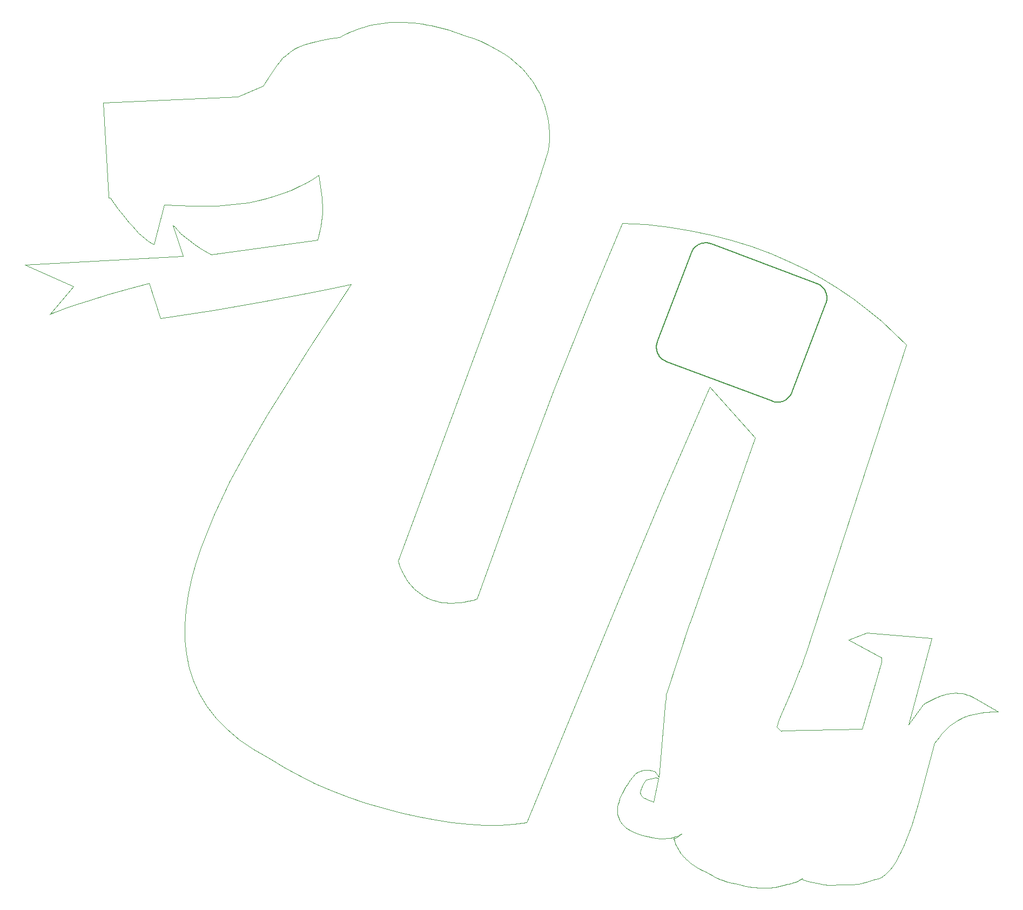
<source format=gbr>
%TF.GenerationSoftware,KiCad,Pcbnew,7.0.9*%
%TF.CreationDate,2024-01-29T17:42:56-06:00*%
%TF.ProjectId,quetzalblinkamini,71756574-7a61-46c6-926c-696e6b616d69,rev?*%
%TF.SameCoordinates,Original*%
%TF.FileFunction,Profile,NP*%
%FSLAX46Y46*%
G04 Gerber Fmt 4.6, Leading zero omitted, Abs format (unit mm)*
G04 Created by KiCad (PCBNEW 7.0.9) date 2024-01-29 17:42:56*
%MOMM*%
%LPD*%
G01*
G04 APERTURE LIST*
%TA.AperFunction,Profile*%
%ADD10C,0.100000*%
%TD*%
%TA.AperFunction,Profile*%
%ADD11C,0.209375*%
%TD*%
G04 APERTURE END LIST*
D10*
X176520405Y-130704439D02*
X176517716Y-130835605D01*
X151961556Y-30556971D02*
X151186355Y-30004785D01*
X152681859Y-31128273D02*
X151961556Y-30556971D01*
D11*
X175189558Y-76808090D02*
X175150128Y-76700555D01*
D10*
X178353884Y-152649973D02*
X178290239Y-152689923D01*
D11*
X175045047Y-76253670D02*
X175032372Y-76138729D01*
D10*
X210291130Y-125240013D02*
X207264702Y-135786415D01*
X97939034Y-53611046D02*
X100133737Y-53755775D01*
X126728679Y-146409754D02*
X129434641Y-147338249D01*
X97914333Y-53639743D02*
X97915215Y-53634908D01*
D11*
X175032372Y-76138729D02*
X175025309Y-76022887D01*
D10*
X154769051Y-54878823D02*
X156529564Y-49842385D01*
D11*
X175150128Y-76700555D02*
X175115875Y-76591152D01*
D10*
X97934568Y-53609741D02*
X97936732Y-53610205D01*
X122420416Y-51320028D02*
X122560079Y-52500284D01*
X173653684Y-142197325D02*
X173481272Y-142191645D01*
X169438265Y-146284510D02*
X169260599Y-146728414D01*
X123987407Y-27571297D02*
X122710859Y-27796696D01*
D11*
X193298022Y-84447882D02*
X193181694Y-84407486D01*
D10*
X122091072Y-48987191D02*
X122420416Y-51320028D01*
X147502272Y-28027761D02*
X146426854Y-27601575D01*
D11*
X200434425Y-66088141D02*
X200541053Y-66144467D01*
X175115875Y-76591152D02*
X175086886Y-76480075D01*
X180858146Y-60512724D02*
X180932973Y-60422120D01*
D10*
X208273539Y-159677653D02*
X208535151Y-159589730D01*
X140510397Y-115740999D02*
X140056450Y-115609738D01*
X180302310Y-119046762D02*
X180300045Y-119049517D01*
X202863879Y-160226396D02*
X203064735Y-160199524D01*
X205115007Y-160165298D02*
X205537663Y-160142656D01*
X178894180Y-152227958D02*
X178799703Y-152295113D01*
X218193573Y-131164715D02*
X217858481Y-131337609D01*
X172880646Y-146443393D02*
X172792904Y-146371191D01*
X141726278Y-26031213D02*
X141034544Y-25849422D01*
X80602428Y-70498814D02*
X81076005Y-70310614D01*
D11*
X200742611Y-66271227D02*
X200837366Y-66341274D01*
D10*
X150354541Y-29473743D02*
X149464400Y-28965873D01*
X218836597Y-130863671D02*
X218519524Y-131006880D01*
X102213718Y-53831526D02*
X104183983Y-53840689D01*
D11*
X195219749Y-84243605D02*
X195118433Y-84298242D01*
D10*
X193950798Y-160484527D02*
X194282801Y-160411765D01*
X221469396Y-134901002D02*
X221727372Y-134721872D01*
X99526082Y-57142546D02*
X99250862Y-56815758D01*
D11*
X201627265Y-67453148D02*
X201661517Y-67562551D01*
D10*
X177848146Y-153331282D02*
X177982790Y-153684361D01*
D11*
X201596077Y-69066796D02*
X196273491Y-83014283D01*
D10*
X194704506Y-136039559D02*
X194687189Y-136047953D01*
X225976797Y-133221346D02*
X226453538Y-133161077D01*
D11*
X175028368Y-75789272D02*
X175038664Y-75671886D01*
D10*
X104183983Y-53840689D02*
X106049538Y-53785652D01*
X184068398Y-158867516D02*
X184326005Y-159024007D01*
D11*
X181011791Y-60335706D02*
X181094406Y-60253568D01*
D10*
X158941332Y-82714416D02*
X153159104Y-98017180D01*
D11*
X175181298Y-75086899D02*
X180503884Y-61139427D01*
D10*
X113376444Y-68809381D02*
X120551275Y-67460847D01*
X97919571Y-53620815D02*
X97920591Y-53618767D01*
X101258079Y-117164037D02*
X101091657Y-119505958D01*
X178130840Y-154020571D02*
X178291363Y-154340454D01*
X203244255Y-160160591D02*
X203739003Y-160176817D01*
X141477825Y-115931176D02*
X140984053Y-115848466D01*
X196525857Y-159829740D02*
X196668753Y-159790753D01*
X134488860Y-25008654D02*
X134488862Y-25008654D01*
X213273574Y-155160208D02*
X213875294Y-153843213D01*
X178457230Y-152574492D02*
X178408511Y-152611905D01*
D11*
X194690739Y-84467014D02*
X194579179Y-84496326D01*
D10*
X134488854Y-25008647D02*
X134488854Y-25008648D01*
X97924240Y-53613602D02*
X97925666Y-53612283D01*
X151186355Y-30004785D02*
X150354541Y-29473743D01*
X210940006Y-158499892D02*
X211297984Y-158159605D01*
X174951210Y-143367440D02*
X175278893Y-143461266D01*
X180143670Y-156574066D02*
X180377695Y-156760471D01*
X217159826Y-131730302D02*
X216795738Y-131950966D01*
X183791590Y-158701086D02*
X184068398Y-158867516D01*
X122610522Y-55616731D02*
X122541254Y-56284084D01*
X197087560Y-159638630D02*
X197229845Y-159569742D01*
X125937494Y-27078644D02*
X125421471Y-27358773D01*
X156977252Y-36795585D02*
X156673832Y-36143500D01*
X196378326Y-159866098D02*
X196525857Y-159829740D01*
X173199795Y-152505129D02*
X173771380Y-152638894D01*
X115457773Y-31837820D02*
X114968609Y-32528546D01*
X178123446Y-152780368D02*
X178014077Y-152833316D01*
D11*
X195414293Y-84120012D02*
X195318434Y-84184166D01*
D10*
X192931805Y-160638715D02*
X193278130Y-160598586D01*
X180297883Y-119052291D02*
X180295802Y-119055079D01*
X97917800Y-53625260D02*
X97918642Y-53622987D01*
X219718068Y-136544804D02*
X220116041Y-136103659D01*
X169015942Y-149422229D02*
X169123705Y-149747986D01*
X134488854Y-25008650D02*
X134488855Y-25008650D01*
X224097209Y-130538256D02*
X223717804Y-130405044D01*
X176552483Y-130295180D02*
X176542006Y-130366673D01*
X97915215Y-53634908D02*
X97916359Y-53630019D01*
X89423035Y-52550057D02*
X90625669Y-54191164D01*
X178290239Y-152689923D02*
X178214463Y-152732979D01*
X222574335Y-134228065D02*
X222883910Y-134079165D01*
X180300045Y-119049517D02*
X180297883Y-119052291D01*
X168941674Y-147971516D02*
X168906723Y-148356346D01*
X180281417Y-119074634D02*
X180279096Y-119077379D01*
D11*
X195989872Y-83546277D02*
X195919231Y-83640983D01*
D10*
X196947812Y-159697136D02*
X197087560Y-159638630D01*
X194687189Y-136047953D02*
X194670218Y-136055893D01*
X221727372Y-134721872D02*
X221996939Y-134549771D01*
X140984053Y-115848466D02*
X140510397Y-115740999D01*
X210286282Y-71880002D02*
X208162022Y-70110044D01*
X201539551Y-160179887D02*
X201847089Y-160213300D01*
X188412636Y-160223825D02*
X188715009Y-160303066D01*
X176508791Y-131035165D02*
X176502708Y-131103560D01*
X101117595Y-121791486D02*
X101347483Y-124015707D01*
X89174820Y-52512200D02*
X89423035Y-52550057D01*
X137085595Y-113818695D02*
X136511500Y-113200446D01*
X109486541Y-53492534D02*
X111068003Y-53259230D01*
D11*
X196273491Y-83014283D02*
X196226692Y-83128185D01*
D10*
X180295802Y-119055079D02*
X180291781Y-119060683D01*
X223208567Y-133938703D02*
X223549179Y-133807032D01*
X180291781Y-119060683D02*
X180287786Y-119066291D01*
X172884657Y-144507457D02*
X173023804Y-144264940D01*
X184887143Y-159293401D02*
X185186745Y-159409228D01*
X182686744Y-158143597D02*
X183464077Y-158527845D01*
X225522121Y-133292873D02*
X225976797Y-133221346D01*
X100124559Y-57777451D02*
X99817544Y-57463021D01*
X172465170Y-142389141D02*
X172345191Y-142435831D01*
X190535727Y-160606090D02*
X190987093Y-160646994D01*
X118189560Y-29288478D02*
X117865393Y-29485707D01*
D11*
X182086656Y-59686693D02*
X182198216Y-59657382D01*
D10*
X190987093Y-160646994D02*
X191413879Y-160672933D01*
X115946904Y-31213920D02*
X115457773Y-31837820D01*
X178646102Y-154933407D02*
X178838455Y-155207560D01*
X186466223Y-159780823D02*
X187781152Y-160075823D01*
X176718880Y-152907923D02*
X176924619Y-152890081D01*
X183416619Y-82209450D02*
X190537422Y-90148918D01*
D11*
X181868709Y-59760950D02*
X181976755Y-59721245D01*
D10*
X138429619Y-114866024D02*
X138068117Y-114630247D01*
X176524692Y-130572147D02*
X176520405Y-130704439D01*
X127526120Y-26344853D02*
X126989819Y-26571684D01*
X143083905Y-116021123D02*
X142527345Y-116018468D01*
X128069180Y-26135788D02*
X127526120Y-26344853D01*
X187781152Y-160075823D02*
X188412636Y-160223825D01*
X178408511Y-152611905D02*
X178353884Y-152649973D01*
X191413879Y-160672933D02*
X191818913Y-160684491D01*
X80248755Y-70651986D02*
X80602428Y-70498814D01*
X171680931Y-142763680D02*
X171253514Y-143310960D01*
X135113005Y-25012778D02*
X134488854Y-25008644D01*
X97920591Y-53618767D02*
X97921706Y-53616868D01*
X171960221Y-142612614D02*
X171822959Y-142684652D01*
X193278130Y-160598586D02*
X193616851Y-160546996D01*
X180377695Y-156760471D02*
X180851494Y-157102715D01*
X122560079Y-52500284D02*
X122611344Y-53100715D01*
D11*
X175940037Y-77812427D02*
X175849413Y-77738194D01*
X180787505Y-60607430D02*
X180858146Y-60512724D01*
D10*
X223324930Y-130294013D02*
X222916490Y-130208622D01*
X92060583Y-66845557D02*
X95539093Y-65888344D01*
X153501967Y-58331275D02*
X153554195Y-58177769D01*
X146426854Y-27601575D02*
X145286248Y-27206673D01*
X208535151Y-159589730D02*
X208778969Y-159496448D01*
D11*
X201738718Y-68481812D02*
X201722459Y-68599326D01*
D10*
X180283623Y-119071868D02*
X180281417Y-119074634D01*
X173352472Y-56713254D02*
X169634316Y-56477707D01*
X122611344Y-53100715D02*
X122645539Y-53710619D01*
X130885855Y-25356959D02*
X130309004Y-25477192D01*
X197383522Y-126790276D02*
X197740824Y-125883231D01*
X93846326Y-58014807D02*
X94344124Y-58491450D01*
X211297984Y-158159605D02*
X211647146Y-157770407D01*
X158140432Y-41214016D02*
X157962505Y-39997988D01*
X136511500Y-113200446D02*
X135998344Y-112529420D01*
X132656955Y-25102858D02*
X132059831Y-25169792D01*
X80016561Y-70768569D02*
X80248755Y-70651986D01*
X102121650Y-112330665D02*
X101605272Y-114770635D01*
X97936732Y-53610205D02*
X97939034Y-53611046D01*
X111919357Y-139012914D02*
X114506264Y-140464302D01*
D11*
X183127150Y-59622032D02*
X183244909Y-59643819D01*
D10*
X198506202Y-63835869D02*
X195795822Y-62506206D01*
X223717804Y-130405044D02*
X223324930Y-130294013D01*
X185814197Y-159610445D02*
X186138121Y-159698758D01*
D11*
X175397303Y-77215688D02*
X175338037Y-77117556D01*
D10*
X221222136Y-135086809D02*
X221469396Y-134901002D01*
D11*
X176453391Y-78116921D02*
X176342980Y-78065556D01*
D10*
X176513019Y-130967895D02*
X176508791Y-131035165D01*
X178291363Y-154340454D02*
X178463427Y-154644552D01*
D11*
X201714142Y-67786186D02*
X201732341Y-67900031D01*
D10*
X194670218Y-136055893D02*
X194636895Y-136070963D01*
X102795622Y-109849040D02*
X102121650Y-112330665D01*
X192205026Y-160682251D02*
X192575047Y-160666798D01*
X134488857Y-25008652D02*
X134488857Y-25008653D01*
X99817544Y-57463021D02*
X99526082Y-57142546D01*
X95786478Y-59585343D02*
X96013008Y-59704834D01*
X174134979Y-142267057D02*
X173979112Y-142237123D01*
X223549179Y-133807032D02*
X223906619Y-133684505D01*
X182251827Y-157923925D02*
X182686744Y-158143597D01*
X180279096Y-119077379D02*
X180276635Y-119080098D01*
X127136025Y-66048661D02*
X120625689Y-76032610D01*
D11*
X193768100Y-84547437D02*
X193650254Y-84531678D01*
D10*
X76000000Y-63000000D02*
X83612473Y-66400894D01*
X197383110Y-126791176D02*
X197410790Y-126789833D01*
X201210676Y-160134421D02*
X201539551Y-160179887D01*
X196945643Y-127874710D02*
X197383110Y-126791176D01*
X116701607Y-141810842D02*
X119043967Y-143083541D01*
D11*
X196056132Y-83447557D02*
X195989872Y-83546277D01*
D10*
X139671343Y-25539139D02*
X138999877Y-25410647D01*
X176939946Y-57111792D02*
X173352472Y-56713254D01*
X214551918Y-135048363D02*
X218200829Y-121583000D01*
X153159104Y-98017180D02*
X146894112Y-115402474D01*
X196062191Y-159938676D02*
X196378326Y-159866098D01*
X89156655Y-52195809D02*
X89174820Y-52512200D01*
D11*
X175054921Y-75554372D02*
X175077226Y-75436923D01*
D10*
X158215414Y-42368604D02*
X158140432Y-41214016D01*
X215551181Y-149162932D02*
X216076518Y-147412666D01*
D11*
X201753439Y-68247363D02*
X201749015Y-68364427D01*
D10*
X226953219Y-133112417D02*
X227476712Y-133075720D01*
X135998344Y-112529420D02*
X135542873Y-111813326D01*
X172802574Y-142282122D02*
X172693684Y-142312548D01*
D11*
X196226692Y-83128185D02*
X196174737Y-83238423D01*
D10*
X185186745Y-159409228D02*
X185496418Y-159514422D01*
X149464400Y-28965873D02*
X148514215Y-28483203D01*
X200488919Y-160007336D02*
X201210676Y-160134421D01*
X176566063Y-130221718D02*
X176552483Y-130295180D01*
X102254624Y-59552114D02*
X101868780Y-59268320D01*
D11*
X200209908Y-65990563D02*
X200324015Y-66036775D01*
D10*
X124079949Y-145387882D02*
X126728679Y-146409754D01*
X217513986Y-131525994D02*
X217159826Y-131730302D01*
X135743918Y-25034676D02*
X135113005Y-25012778D01*
X169446268Y-150355196D02*
X169661067Y-150636648D01*
D11*
X183479383Y-59705828D02*
X183595711Y-59746224D01*
D10*
X219335027Y-137001379D02*
X219718068Y-136544804D01*
X173023804Y-144264940D02*
X173187149Y-144004260D01*
X173392017Y-142193276D02*
X173300492Y-142198235D01*
D11*
X175849413Y-77738194D02*
X175763006Y-77659967D01*
D10*
X212645409Y-156329190D02*
X212962981Y-155764193D01*
X97912659Y-53657296D02*
X97912755Y-53654854D01*
X184326005Y-159024007D02*
X184599575Y-159165481D01*
X197811577Y-159336953D02*
X198789369Y-159608591D01*
X197911774Y-125434544D02*
X198071633Y-124992882D01*
X97927205Y-53611203D02*
X97928861Y-53610386D01*
X97921706Y-53616868D02*
X97922921Y-53615138D01*
X210572845Y-158789282D02*
X210940006Y-158499892D01*
X209412584Y-159332228D02*
X209809501Y-159207435D01*
X140349566Y-25685397D02*
X139671343Y-25539139D01*
X183728229Y-58367867D02*
X180398083Y-57665828D01*
X170185335Y-144864191D02*
X169900633Y-145352399D01*
X170197702Y-151155246D02*
X170519537Y-151392393D01*
X135542873Y-111813326D02*
X135141833Y-111059871D01*
X205130379Y-121785454D02*
X210278084Y-124584923D01*
X174378642Y-152757890D02*
X175021584Y-152862118D01*
X172092894Y-142547306D02*
X171960221Y-142612614D01*
X173421280Y-146727885D02*
X173188903Y-146626193D01*
D11*
X175086886Y-76480075D02*
X175063248Y-76367516D01*
D10*
X137026024Y-25131768D02*
X136381591Y-25074339D01*
X117805158Y-51320832D02*
X118953602Y-50795499D01*
X178721097Y-152354342D02*
X178655250Y-152406869D01*
X154530541Y-32936593D02*
X153964636Y-32320112D01*
D11*
X175023945Y-75906337D02*
X175028368Y-75789272D01*
D10*
X207264702Y-135786415D02*
X194704506Y-136039559D01*
D11*
X176236352Y-78009231D02*
X176133594Y-77948139D01*
D10*
X208162022Y-70110044D02*
X205923230Y-68413159D01*
X84137916Y-69238756D02*
X86347413Y-68533254D01*
D11*
X182891562Y-59596453D02*
X183009303Y-59606272D01*
X182425541Y-59614828D02*
X182540916Y-59601762D01*
X194003281Y-84561223D02*
X193885841Y-84557256D01*
D10*
X219145054Y-130734655D02*
X218836597Y-130863671D01*
X137677217Y-25206962D02*
X137026024Y-25131768D01*
X188715009Y-160303066D02*
X189005852Y-160387749D01*
X123918118Y-66764032D02*
X127136025Y-66048661D01*
D11*
X195765589Y-83818001D02*
X195682975Y-83900138D01*
D10*
X194569741Y-136101784D02*
X193850380Y-135389397D01*
D11*
X181180624Y-60175796D02*
X181270251Y-60102475D01*
D10*
X177883244Y-152893049D02*
X177727837Y-152960793D01*
X129738911Y-25615192D02*
X129175576Y-25770958D01*
D11*
X195118433Y-84298242D02*
X195014679Y-84347988D01*
D10*
X122659146Y-54331954D02*
X122648646Y-54966673D01*
D11*
X175025309Y-76022887D02*
X175023945Y-75906337D01*
D10*
X134488858Y-25008653D02*
X134488859Y-25008653D01*
X172498247Y-145625914D02*
X172514586Y-145475582D01*
D11*
X181762711Y-59805719D02*
X181868709Y-59760950D01*
D10*
X175384011Y-143305855D02*
X174746086Y-142404869D01*
X210278084Y-124584923D02*
X210291130Y-125240013D01*
X179464274Y-155947222D02*
X179686029Y-156167983D01*
D11*
X182540916Y-59601762D02*
X182657174Y-59594285D01*
D10*
X195508415Y-160076272D02*
X195706007Y-160023992D01*
X194282801Y-160411765D02*
X194615688Y-160329292D01*
D11*
X175461309Y-77310985D02*
X175397303Y-77215688D01*
D10*
X126989819Y-26571684D02*
X126460277Y-26816281D01*
D11*
X201247430Y-66750448D02*
X201316090Y-66842719D01*
D10*
X101605272Y-114770635D02*
X101258079Y-117164037D01*
X177646593Y-152760378D02*
X177817633Y-152708266D01*
X228024890Y-133051336D02*
X228598625Y-133039620D01*
D11*
X183362385Y-59671722D02*
X183479383Y-59705828D01*
D10*
X220021357Y-130428447D02*
X219737172Y-130517476D01*
X172976603Y-146509427D02*
X172880646Y-146443393D01*
X132059831Y-25169792D02*
X131469464Y-25254492D01*
X176534182Y-130436478D02*
X176528561Y-130504875D01*
D11*
X196174737Y-83238423D02*
X196117819Y-83344910D01*
D10*
X154758370Y-55005234D02*
X153685391Y-57849672D01*
X117865393Y-29485707D02*
X117557331Y-29694124D01*
X172514721Y-145889680D02*
X172498647Y-145763680D01*
D11*
X194579179Y-84496326D02*
X194466154Y-84520311D01*
D10*
X178014077Y-152833316D02*
X177883244Y-152893049D01*
X176483177Y-131244850D02*
X175384011Y-143305855D01*
D11*
X175077226Y-75436923D02*
X175105665Y-75319732D01*
D10*
X107658688Y-135798485D02*
X109640694Y-137456004D01*
X211987859Y-157334282D02*
X212320491Y-156853214D01*
X97916359Y-53630019D02*
X97917800Y-53625260D01*
X212320491Y-156853214D02*
X212645409Y-156329190D01*
D11*
X195507133Y-84051232D02*
X195414293Y-84120012D01*
D10*
X219445158Y-130619401D02*
X219145054Y-130734655D01*
X211647146Y-157770407D02*
X211987859Y-157334282D01*
X198071633Y-124992882D02*
X198456215Y-123950005D01*
D11*
X194351858Y-84538880D02*
X194236484Y-84551947D01*
D10*
X228598625Y-133039620D02*
X224824013Y-130857384D01*
X224281761Y-133571473D02*
X224675476Y-133468288D01*
X206697869Y-160023629D02*
X207048750Y-159968182D01*
X97912755Y-53654854D02*
X97913222Y-53648512D01*
X214453509Y-152394083D02*
X215011158Y-150828697D01*
D11*
X193885841Y-84557256D02*
X193768100Y-84547437D01*
D10*
X170519537Y-151392393D02*
X170877050Y-151614770D01*
X175021584Y-152862118D02*
X175700203Y-152951577D01*
X97922921Y-53615138D02*
X97924240Y-53613602D01*
D11*
X181557638Y-59910102D02*
X181658956Y-59855465D01*
D10*
X100815254Y-61672356D02*
X76000000Y-63000000D01*
X164385001Y-69024489D02*
X158941332Y-82714416D01*
X133260836Y-25053691D02*
X132656955Y-25102858D01*
X125421471Y-27358773D02*
X123987407Y-27571297D01*
X140381875Y-150020766D02*
X143037299Y-150409107D01*
D11*
X201543318Y-67240139D02*
X201587836Y-67345613D01*
D10*
X103615602Y-107330673D02*
X102795622Y-109849040D01*
X107815388Y-53668804D02*
X109486541Y-53492534D01*
D11*
X194236484Y-84551947D02*
X194120227Y-84559424D01*
D10*
X215011158Y-150828697D02*
X215551181Y-149162932D01*
X190009932Y-60185987D02*
X186931730Y-59210418D01*
X95554968Y-59445709D02*
X95786478Y-59585343D01*
D11*
X195844406Y-83731587D02*
X195765589Y-83818001D01*
D10*
X134488854Y-25008648D02*
X134488854Y-25008649D01*
X109640694Y-137456004D02*
X111919357Y-139012914D01*
X220535931Y-135680765D02*
X220984721Y-135278940D01*
X218200829Y-121583000D02*
X208048104Y-120723137D01*
X134488855Y-25008651D02*
X134488856Y-25008652D01*
D11*
X201174203Y-66661399D02*
X201247430Y-66750448D01*
X183244909Y-59643819D02*
X183362385Y-59671722D01*
D10*
X114041067Y-86450540D02*
X110952667Y-91723993D01*
X176583199Y-130146004D02*
X176566063Y-130221718D01*
X169900633Y-145352399D02*
X169651610Y-145825839D01*
X195556441Y-131160902D02*
X196489564Y-128968392D01*
X178655250Y-152406869D02*
X178457230Y-152574492D01*
X180287786Y-119066291D02*
X180285738Y-119069086D01*
X157962505Y-39997988D02*
X157667912Y-38736743D01*
X193616851Y-160546996D02*
X193950798Y-160484527D01*
X169651610Y-145825839D02*
X169438265Y-146284510D01*
X158201174Y-43445527D02*
X158215414Y-42368604D01*
X82376586Y-69835373D02*
X84137916Y-69238756D01*
X195295433Y-160137551D02*
X195508415Y-160076272D01*
X134488859Y-25008653D02*
X134488860Y-25008654D01*
X169260599Y-146728414D02*
X169118612Y-147157549D01*
X197529191Y-159393066D02*
X197689838Y-159281403D01*
D11*
X175038664Y-75671886D02*
X175054921Y-75554372D01*
D10*
X172345191Y-142435831D02*
X172221158Y-142488465D01*
D11*
X175763006Y-77659967D02*
X175680906Y-77577939D01*
D10*
X207048750Y-159968182D02*
X207381738Y-159905483D01*
X136381591Y-25074339D02*
X135743918Y-25034676D01*
X168663662Y-116598118D02*
X175887565Y-99475493D01*
X169012304Y-147571917D02*
X168941674Y-147971516D01*
X176255003Y-152933252D02*
X176718880Y-152907923D01*
X175278893Y-143461266D02*
X175371758Y-143440209D01*
X134488855Y-25008650D02*
X134488855Y-25008651D01*
D11*
X200541053Y-66144467D02*
X200643811Y-66205560D01*
D10*
X135141833Y-111059871D02*
X134791969Y-110276766D01*
X178558721Y-152390458D02*
X178774016Y-152278563D01*
X173819155Y-142213181D02*
X173653684Y-142197325D01*
X201847089Y-160213300D02*
X202133291Y-160234659D01*
X179007637Y-152151650D02*
X178894180Y-152227958D01*
X221813502Y-130130023D02*
X221576767Y-130140885D01*
X121510896Y-144277516D02*
X124079949Y-145387882D01*
D11*
X176034794Y-77882474D02*
X175940037Y-77812427D01*
D10*
X192575047Y-160666798D02*
X192931805Y-160638715D01*
X189547936Y-160477052D02*
X190056951Y-160549637D01*
X109353844Y-36704926D02*
X88320313Y-37674729D01*
D11*
X182657174Y-59594285D02*
X182774121Y-59592486D01*
D10*
X97913222Y-53648512D02*
X97913681Y-53644339D01*
X172601743Y-145134025D02*
X172674691Y-144941200D01*
X173665211Y-146820901D02*
X173421280Y-146727885D01*
X176494321Y-131173361D02*
X176483177Y-131244850D01*
X101132022Y-58687157D02*
X100782488Y-58389251D01*
X172498647Y-145763680D02*
X172498247Y-145625914D01*
X177991207Y-152646239D02*
X178170475Y-152573276D01*
X222044507Y-130128599D02*
X221813502Y-130130023D01*
X153685391Y-57849672D02*
X153501967Y-58331275D01*
X173079711Y-146570094D02*
X172976603Y-146509427D01*
X173010513Y-142235703D02*
X172908124Y-142256594D01*
X179912805Y-156376751D02*
X180143670Y-156574066D01*
X121091553Y-49626289D02*
X122091072Y-48987191D01*
X172908124Y-142256594D02*
X172802574Y-142282122D01*
X100133737Y-53755775D02*
X102213718Y-53831526D01*
X180309975Y-119038658D02*
X180307251Y-119041328D01*
X122710859Y-27796696D02*
X121577504Y-28039875D01*
X122111405Y-58409461D02*
X121882378Y-59165543D01*
X203568560Y-66796839D02*
X201096666Y-65268578D01*
X86347413Y-68533254D02*
X88992496Y-67731357D01*
X134928473Y-148895569D02*
X137671451Y-149514625D01*
X146894112Y-115402474D02*
X146200991Y-115585945D01*
X172646330Y-146205086D02*
X172589627Y-146109584D01*
X176924619Y-152890081D02*
X177117101Y-152867426D01*
X185496418Y-159514422D02*
X185814197Y-159610445D01*
X221996939Y-134549771D02*
X222278969Y-134385051D01*
X173481272Y-142191645D02*
X173392017Y-142193276D01*
X114465092Y-33291002D02*
X113357704Y-35050721D01*
X138335168Y-25299922D02*
X137677217Y-25206962D01*
D11*
X201661517Y-67562551D02*
X201690505Y-67673628D01*
D10*
X141992120Y-115988164D02*
X141477825Y-115931176D01*
X174153641Y-147006500D02*
X173665211Y-146820901D01*
X190056951Y-160549637D02*
X190535727Y-160606090D01*
X175887565Y-99475493D02*
X183416619Y-82209450D01*
X173187149Y-144004260D02*
X173375756Y-143724617D01*
X179248473Y-155713926D02*
X179464274Y-155947222D01*
X144885673Y-115853561D02*
X144262663Y-115939633D01*
X105622872Y-70115401D02*
X113376444Y-68809381D01*
X210196132Y-159025791D02*
X210572845Y-158789282D01*
D11*
X201493797Y-67136920D02*
X201543318Y-67240139D01*
X201637049Y-68950703D02*
X201596077Y-69066796D01*
D10*
X103473734Y-60379562D02*
X102651191Y-59831740D01*
X79907418Y-70847000D02*
X80016561Y-70768569D01*
X205923230Y-68413159D02*
X203568560Y-66796839D01*
D11*
X195014679Y-84347988D02*
X194908683Y-84392758D01*
X175105665Y-75319732D02*
X175140327Y-75202993D01*
D10*
X197229845Y-159569742D02*
X197376457Y-159488534D01*
X219737172Y-130517476D02*
X219445158Y-130619401D01*
X220297976Y-130351883D02*
X220021357Y-130428447D01*
D11*
X176133594Y-77948139D02*
X176034794Y-77882474D01*
D10*
X180307251Y-119041328D02*
X180304704Y-119044031D01*
X150449110Y-150818489D02*
X152660073Y-150686788D01*
D11*
X201316090Y-66842719D02*
X201380096Y-66938016D01*
X201587836Y-67345613D02*
X201627265Y-67453148D01*
D10*
X171253514Y-143310960D02*
X170861776Y-143843471D01*
X176502708Y-131103560D02*
X176494321Y-131173361D01*
X102465459Y-128260579D02*
X103376724Y-130271405D01*
X178774016Y-152278563D02*
X179007637Y-152151650D01*
X175371758Y-143440209D02*
X174586006Y-147234169D01*
X192964181Y-61287081D02*
X190009932Y-60185987D01*
X199681816Y-159832055D02*
X200488919Y-160007336D01*
X206329073Y-160071442D02*
X206697869Y-160023629D01*
X212962981Y-155764193D02*
X213273574Y-155160208D01*
X108123818Y-96988034D02*
X105647227Y-102203361D01*
X198789369Y-159608591D02*
X199681816Y-159832055D01*
X113981877Y-52631081D02*
X115324302Y-52241012D01*
X172792904Y-146371191D02*
X172714444Y-146292022D01*
X121577504Y-28039875D02*
X120573018Y-28305738D01*
X196808807Y-159747197D02*
X196947812Y-159697136D01*
X222270047Y-130136179D02*
X222044507Y-130128599D01*
X223906619Y-133684505D02*
X224281761Y-133571473D01*
X172674691Y-144941200D02*
X172768641Y-144732610D01*
X155519957Y-34200540D02*
X155048409Y-33564079D01*
X141034544Y-25849422D02*
X140349566Y-25685397D01*
X121882378Y-59165543D02*
X105217140Y-61436989D01*
X100782488Y-58389251D02*
X100446437Y-58086105D01*
D11*
X195919231Y-83640983D02*
X195844406Y-83731587D01*
D10*
X173206518Y-142206785D02*
X173109918Y-142219187D01*
X118893369Y-28925135D02*
X118531622Y-29101826D01*
X176517716Y-130835605D02*
X176513019Y-130967895D01*
X139206057Y-115279687D02*
X138808797Y-115082826D01*
X197376457Y-159488534D02*
X197529191Y-159393066D01*
X105217140Y-61436989D02*
X104330891Y-60913930D01*
X120625689Y-76032610D02*
X114041067Y-86450540D01*
X177817633Y-152708266D02*
X177991207Y-152646239D01*
X157472577Y-38094234D02*
X157242929Y-37446505D01*
X170861776Y-143843471D02*
X170505716Y-144361215D01*
X155048409Y-33564079D02*
X154530541Y-32936593D01*
X155946900Y-34843949D02*
X155519957Y-34200540D01*
X103376724Y-130271405D02*
X104538291Y-132201273D01*
X129175576Y-25770958D02*
X128618999Y-25944490D01*
X153964636Y-32320112D02*
X153348981Y-31716662D01*
X97301895Y-71400048D02*
X105622872Y-70115401D01*
X178799703Y-152295113D02*
X178721097Y-152354342D01*
X212297355Y-73715539D02*
X210286282Y-71880002D01*
D11*
X180659557Y-60808798D02*
X180721244Y-60706151D01*
D10*
X129434641Y-147338249D02*
X132175387Y-148168482D01*
X139621805Y-115455646D02*
X139206057Y-115279687D01*
X130309004Y-25477192D02*
X129738911Y-25615192D01*
X221334041Y-130161616D02*
X221085062Y-130192649D01*
X152660073Y-150686788D02*
X154703804Y-150412865D01*
X105647227Y-102203361D02*
X103615602Y-107330673D01*
D11*
X175680906Y-77577939D02*
X175603198Y-77492304D01*
D10*
X224675476Y-133468288D02*
X225088639Y-133375304D01*
X171270242Y-151822379D02*
X171699113Y-152015220D01*
X178358593Y-152488356D02*
X178558721Y-152390458D01*
X220567291Y-130287350D02*
X220297976Y-130351883D01*
X110952667Y-91723993D02*
X108123818Y-96988034D01*
X222883910Y-134079165D02*
X223208567Y-133938703D01*
X202398157Y-160243962D02*
X202641686Y-160241208D01*
X220984721Y-135278940D02*
X221222136Y-135086809D01*
X169661067Y-150636648D02*
X169911545Y-150903331D01*
D11*
X175283600Y-77016784D02*
X175234078Y-76913564D01*
D10*
X172163662Y-152193292D02*
X172663889Y-152356594D01*
X174746086Y-142404869D02*
X174134979Y-142267057D01*
X134488854Y-25008644D02*
X134488854Y-25008646D01*
X180851494Y-157102715D02*
X181326750Y-157407817D01*
X196489564Y-128968392D02*
X196945643Y-127874710D01*
X158111436Y-44428562D02*
X158201174Y-43445527D01*
X209005013Y-159398186D02*
X209412584Y-159332228D01*
X154703804Y-150412865D02*
X168663662Y-116598118D01*
X101868780Y-59268320D02*
X101494350Y-58980091D01*
X227476712Y-133075720D02*
X228024890Y-133051336D01*
D11*
X193532496Y-84509891D02*
X193415020Y-84481988D01*
D10*
X112564780Y-52971283D02*
X113981877Y-52631081D01*
X172693684Y-142312548D02*
X172581275Y-142348134D01*
X143662209Y-115995166D02*
X143083905Y-116021123D01*
X101494350Y-58980091D02*
X101132022Y-58687157D01*
X106049538Y-53785652D02*
X107815388Y-53668804D01*
X174486900Y-147170509D02*
X174381094Y-147111877D01*
D11*
X201745015Y-68014972D02*
X201752077Y-68130813D01*
D10*
X197410790Y-126789833D02*
X197383522Y-126790276D01*
X177982790Y-153684361D02*
X178130840Y-154020571D01*
X208778969Y-159496448D02*
X209005013Y-159398186D01*
D11*
X181094406Y-60253568D02*
X181180624Y-60175796D01*
D10*
X142424766Y-26230770D02*
X141726278Y-26031213D01*
X201096666Y-65268578D02*
X198506202Y-63835869D01*
X218519524Y-131006880D02*
X218193573Y-131164715D01*
D11*
X175140327Y-75202993D02*
X175181298Y-75086899D01*
D10*
X137396511Y-114105619D02*
X137085595Y-113818695D01*
D11*
X182198216Y-59657382D02*
X182311243Y-59633397D01*
D10*
X95319090Y-59287247D02*
X95554968Y-59445709D01*
X174586006Y-147234169D02*
X174486900Y-147170509D01*
X81076005Y-70310614D02*
X82376586Y-69835373D01*
X104538291Y-132201273D02*
X105961750Y-134045270D01*
X142527345Y-116018468D02*
X141992120Y-115988164D01*
X131469464Y-25254492D02*
X130885855Y-25356959D01*
X224465246Y-130690189D02*
X224097209Y-130538256D01*
X203064735Y-160199524D02*
X203244255Y-160160591D01*
X169123705Y-149747986D02*
X169267147Y-150058975D01*
X143037299Y-150409107D02*
X145615277Y-150674764D01*
X118953602Y-50795499D02*
X120047398Y-50229855D01*
X179686029Y-156167983D02*
X179912805Y-156376751D01*
X198456215Y-123950005D02*
X214196587Y-75609162D01*
X122295214Y-57678494D02*
X122111405Y-58409461D01*
D11*
X181458952Y-59969541D02*
X181557638Y-59910102D01*
D10*
X96233948Y-59802864D02*
X97912659Y-53657296D01*
X174381094Y-147111877D02*
X174153641Y-147006500D01*
X178170475Y-152573276D02*
X178358593Y-152488356D01*
D11*
X194466154Y-84520311D02*
X194351858Y-84538880D01*
X200837366Y-66341274D02*
X200927991Y-66415508D01*
D10*
X194235081Y-134367652D02*
X194653469Y-133318104D01*
X168907450Y-148726409D02*
X168943857Y-149081703D01*
X83612473Y-66400894D02*
X79907418Y-70847000D01*
D11*
X194800638Y-84432462D02*
X194690739Y-84467014D01*
D10*
X134488854Y-25008646D02*
X134488854Y-25008647D01*
X102651191Y-59831740D02*
X102254624Y-59552114D01*
D11*
X180932973Y-60422120D02*
X181011791Y-60335706D01*
D10*
X94836675Y-58919107D02*
X95319090Y-59287247D01*
X169267147Y-150058975D02*
X169446268Y-150355196D01*
X176528561Y-130504875D02*
X176524692Y-130572147D01*
X97928861Y-53610386D02*
X97930637Y-53609855D01*
X222705775Y-130176623D02*
X222490382Y-130152331D01*
X157667912Y-38736743D02*
X157472577Y-38094234D01*
X156673832Y-36143500D02*
X156330953Y-35492279D01*
X178838455Y-155207560D02*
X179039556Y-155467552D01*
D11*
X182311243Y-59633397D02*
X182425541Y-59614828D01*
D10*
X195795822Y-62506206D02*
X192964181Y-61287081D01*
X221085062Y-130192649D02*
X220829566Y-130234416D01*
D11*
X183595711Y-59746224D02*
X200209908Y-65990563D01*
D10*
X214196587Y-75609162D02*
X212297355Y-73715539D01*
D11*
X180602638Y-60915285D02*
X180659557Y-60808798D01*
D10*
X177117101Y-152867426D02*
X177299485Y-152838937D01*
X169634316Y-56477707D02*
X164385001Y-69024489D01*
X100446437Y-58086105D02*
X100124559Y-57777451D01*
X157959923Y-45301483D02*
X158111436Y-44428562D01*
X173979112Y-142237123D02*
X173819155Y-142213181D01*
X145286248Y-27206673D02*
X143842002Y-26683187D01*
X216590109Y-145593777D02*
X217593812Y-141813641D01*
X93348173Y-57499708D02*
X93846326Y-58014807D01*
X153348981Y-31716662D02*
X152681859Y-31128273D01*
X172589627Y-146109584D02*
X172545403Y-146004715D01*
D11*
X201732341Y-67900031D02*
X201745015Y-68014972D01*
D10*
X181326750Y-157407817D02*
X181796012Y-157680109D01*
X177299485Y-152838937D02*
X177474930Y-152803595D01*
D11*
X201749015Y-68364427D02*
X201738718Y-68481812D01*
D10*
X196668753Y-159790753D02*
X196808807Y-159747197D01*
X197689838Y-159281403D02*
X197860192Y-159151604D01*
X177474930Y-152803595D02*
X177646593Y-152760378D01*
X222278969Y-134385051D02*
X222574335Y-134228065D01*
X194653469Y-133318104D02*
X195556441Y-131160902D01*
X213875294Y-153843213D02*
X214453509Y-152394083D01*
D11*
X175603198Y-77492304D02*
X175529970Y-77403255D01*
X200643811Y-66205560D02*
X200742611Y-66271227D01*
D10*
X97932538Y-53609632D02*
X97934568Y-53609741D01*
X207994113Y-159759839D02*
X208273539Y-159677653D01*
X217858481Y-131337609D02*
X217513986Y-131525994D01*
X204215697Y-160182758D02*
X204674359Y-160178791D01*
X172221158Y-142488465D02*
X172092894Y-142547306D01*
X113357704Y-35050721D02*
X109353844Y-36704926D01*
X114968609Y-32528546D02*
X114465092Y-33291002D01*
X126460277Y-26816281D02*
X125937494Y-27078644D01*
X194636895Y-136070963D02*
X194603685Y-136085888D01*
X178214463Y-152732979D02*
X178123446Y-152780368D01*
X95539093Y-65888344D02*
X97301895Y-71400048D01*
D11*
X182774121Y-59592486D02*
X182891562Y-59596453D01*
D10*
X181796012Y-157680109D02*
X182251827Y-157923925D01*
X178463427Y-154644552D02*
X178646102Y-154933407D01*
X180398083Y-57665828D02*
X176939946Y-57111792D01*
X202133291Y-160234659D02*
X202398157Y-160243962D01*
X134488869Y-25008656D02*
X133871474Y-25022290D01*
X116597060Y-51803467D02*
X117805158Y-51320832D01*
X156330953Y-35492279D02*
X155946900Y-34843949D01*
X172663889Y-152356594D02*
X173199795Y-152505129D01*
X173375756Y-143724617D02*
X174951210Y-143367440D01*
X195706007Y-160023992D02*
X196062191Y-159938676D01*
X205942345Y-160111244D02*
X206329073Y-160071442D01*
X186931730Y-59210418D02*
X183728229Y-58367867D01*
D11*
X194120227Y-84559424D02*
X194003281Y-84561223D01*
D10*
X114506264Y-140464302D02*
X116701607Y-141810842D01*
X140056450Y-115609738D02*
X139621805Y-115455646D01*
D11*
X193650254Y-84531678D02*
X193532496Y-84509891D01*
D10*
X134490029Y-109471718D02*
X154758370Y-55005234D01*
X217593812Y-141813641D02*
X218585808Y-137949547D01*
X122648646Y-54966673D02*
X122610522Y-55616731D01*
X171699113Y-152015220D02*
X172163662Y-152193292D01*
X222490382Y-130152331D02*
X222270047Y-130136179D01*
D11*
X193181694Y-84407486D02*
X176567498Y-78163132D01*
D10*
X168906723Y-148356346D02*
X168907450Y-148726409D01*
X138068117Y-114630247D02*
X137723883Y-114376457D01*
X193850380Y-135389397D02*
X194235081Y-134367652D01*
D11*
X196117819Y-83344910D02*
X196056132Y-83447557D01*
X193415020Y-84481988D02*
X193298022Y-84447882D01*
D10*
X116450326Y-30651940D02*
X115946904Y-31213920D01*
X97918642Y-53622987D02*
X97919571Y-53620815D01*
X101347483Y-124015707D02*
X101792908Y-126173709D01*
X97930637Y-53609855D02*
X97932538Y-53609632D01*
X177727837Y-152960793D02*
X177848146Y-153331282D01*
X220829566Y-130234416D02*
X220567291Y-130287350D01*
X180276635Y-119080098D02*
X180274010Y-119082787D01*
X122541254Y-56284084D02*
X122437325Y-56970687D01*
X119683081Y-28599190D02*
X118893369Y-28925135D01*
X134488864Y-25008655D02*
X134488869Y-25008656D01*
X173300492Y-142198235D02*
X173206518Y-142206785D01*
X173188903Y-146626193D02*
X173079711Y-146570094D01*
X146200991Y-115585945D02*
X145531647Y-115735986D01*
X134488856Y-25008652D02*
X134488857Y-25008652D01*
D11*
X195318434Y-84184166D02*
X195219749Y-84243605D01*
D10*
X172514586Y-145475582D02*
X172548729Y-145311886D01*
X168943857Y-149081703D02*
X169015942Y-149422229D01*
X97913681Y-53644339D02*
X97914333Y-53639743D01*
D11*
X176342980Y-78065556D02*
X176236352Y-78009231D01*
D10*
X172581275Y-142348134D02*
X172465170Y-142389141D01*
D11*
X201690505Y-67673628D02*
X201714142Y-67786186D01*
D10*
X203739003Y-160176817D02*
X204215697Y-160182758D01*
D11*
X201722459Y-68599326D02*
X201700153Y-68716774D01*
D10*
X216795738Y-131950966D02*
X214551918Y-135048363D01*
X132175387Y-148168482D02*
X134928473Y-148895569D01*
D11*
X181363091Y-60033694D02*
X181458952Y-59969541D01*
X183009303Y-59606272D02*
X183127150Y-59622032D01*
D10*
X197740824Y-125883231D02*
X197911774Y-125434544D01*
X180274010Y-119082787D02*
X176583199Y-130146004D01*
D11*
X181976755Y-59721245D02*
X182086656Y-59686693D01*
D10*
X205537663Y-160142656D02*
X205942345Y-160111244D01*
D11*
X175063248Y-76367516D02*
X175045047Y-76253670D01*
D10*
X220116041Y-136103659D02*
X220535931Y-135680765D01*
X189005852Y-160387749D02*
X189547936Y-160477052D01*
X194586858Y-136093645D02*
X194569741Y-136101784D01*
X145531647Y-115735986D02*
X144885673Y-115853561D01*
X176542006Y-130366673D02*
X176534182Y-130436478D01*
X183464077Y-158527845D02*
X183791590Y-158701086D01*
X118531622Y-29101826D02*
X118189560Y-29288478D01*
X172545403Y-146004715D02*
X172514721Y-145889680D01*
X144262663Y-115939633D02*
X143662209Y-115995166D01*
D11*
X201096496Y-66575764D02*
X201174203Y-66661399D01*
D10*
X97925666Y-53612283D02*
X97927205Y-53611203D01*
X138999877Y-25410647D02*
X138335168Y-25299922D01*
X128618999Y-25944490D02*
X128069180Y-26135788D01*
X101792908Y-126173709D02*
X102465459Y-128260579D01*
X137723883Y-114376457D02*
X137396511Y-114105619D01*
X169118612Y-147157549D02*
X169012304Y-147571917D01*
X218585808Y-137949547D02*
X219335027Y-137001379D01*
X88320313Y-37674729D02*
X89156655Y-52195809D01*
X115324302Y-52241012D02*
X116597060Y-51803467D01*
D11*
X200324015Y-66036775D02*
X200434425Y-66088141D01*
D10*
X111068003Y-53259230D02*
X112564780Y-52971283D01*
X117557331Y-29694124D02*
X116982361Y-30146976D01*
D11*
X201014396Y-66493735D02*
X201096496Y-66575764D01*
X176567498Y-78163132D02*
X176453391Y-78116921D01*
D10*
X96013008Y-59704834D02*
X96233948Y-59802864D01*
X190537422Y-90148918D02*
X180309975Y-119038658D01*
X119043967Y-143083541D02*
X121510896Y-144277516D01*
D11*
X194908683Y-84392758D02*
X194800638Y-84432462D01*
D10*
X133871474Y-25022290D02*
X133260836Y-25053691D01*
X186138121Y-159698758D02*
X186466223Y-159780823D01*
X105961750Y-134045270D02*
X107658688Y-135798485D01*
X221576767Y-130140885D02*
X221334041Y-130161616D01*
X172768641Y-144732610D02*
X172884657Y-144507457D01*
X197860192Y-159151604D02*
X197811577Y-159336953D01*
X92370364Y-56396256D02*
X92854556Y-56956681D01*
X91449821Y-55265329D02*
X92370364Y-56396256D01*
D11*
X195682975Y-83900138D02*
X195596758Y-83977911D01*
D10*
X122437325Y-56970687D02*
X122295214Y-57678494D01*
X90625669Y-54191164D02*
X91449821Y-55265329D01*
X175700203Y-152951577D02*
X176255003Y-152933252D01*
D11*
X180503884Y-61139427D02*
X180550682Y-61025524D01*
X181658956Y-59855465D02*
X181762711Y-59805719D01*
D10*
X209809501Y-159207435D02*
X210196132Y-159025791D01*
X169911545Y-150903331D02*
X170197702Y-151155246D01*
X134488862Y-25008654D02*
X134488864Y-25008655D01*
X148093363Y-150812853D02*
X150449110Y-150818489D01*
D11*
X175529970Y-77403255D02*
X175461309Y-77310985D01*
D10*
X184599575Y-159165481D02*
X184887143Y-159293401D01*
X170877050Y-151614770D02*
X171270242Y-151822379D01*
D11*
X175338037Y-77117556D02*
X175283600Y-77016784D01*
D10*
X216076518Y-147412666D02*
X216590109Y-145593777D01*
X180285738Y-119069086D02*
X180283623Y-119071868D01*
X88992496Y-67731357D02*
X92060583Y-66845557D01*
D11*
X201380096Y-66938016D02*
X201439361Y-67036147D01*
D10*
X148514215Y-28483203D02*
X147502272Y-28027761D01*
X120573018Y-28305738D02*
X119683081Y-28599190D01*
X204674359Y-160178791D02*
X205115007Y-160165298D01*
X157242929Y-37446505D02*
X156977252Y-36795585D01*
X99250862Y-56815758D02*
X100815254Y-61672356D01*
X180304704Y-119044031D02*
X180302310Y-119046762D01*
D11*
X200927991Y-66415508D02*
X201014396Y-66493735D01*
X201700153Y-68716774D02*
X201671712Y-68833964D01*
D10*
X171822959Y-142684652D02*
X171680931Y-142763680D01*
D11*
X201752077Y-68130813D02*
X201753439Y-68247363D01*
X175234078Y-76913564D02*
X175189558Y-76808090D01*
D10*
X134488857Y-25008653D02*
X134488858Y-25008653D01*
X207381738Y-159905483D02*
X207696852Y-159835909D01*
X153554195Y-58177769D02*
X154769051Y-54878823D01*
X179039556Y-155467552D02*
X179248473Y-155713926D01*
X145615277Y-150674764D02*
X148093363Y-150812853D01*
X122645539Y-53710619D02*
X122659146Y-54331954D01*
X172714444Y-146292022D02*
X172646330Y-146205086D01*
X143842002Y-26683187D02*
X142424766Y-26230770D01*
X138808797Y-115082826D02*
X138429619Y-114866024D01*
D11*
X201439361Y-67036147D02*
X201493797Y-67136920D01*
D10*
X194615688Y-160329292D02*
X195295433Y-160137551D01*
X202641686Y-160241208D02*
X202863879Y-160226396D01*
D11*
X201671712Y-68833964D02*
X201637049Y-68950703D01*
D10*
X120551275Y-67460847D02*
X123918118Y-66764032D01*
X94344124Y-58491450D02*
X94836675Y-58919107D01*
X134488854Y-25008649D02*
X134488854Y-25008650D01*
X207696852Y-159835909D02*
X207994113Y-159759839D01*
D11*
X181270251Y-60102475D02*
X181363091Y-60033694D01*
D10*
X172548729Y-145311886D02*
X172601743Y-145134025D01*
X120047398Y-50229855D02*
X121091553Y-49626289D01*
X191818913Y-160684491D02*
X192205026Y-160682251D01*
X224824013Y-130857384D02*
X224465246Y-130690189D01*
X222916490Y-130208622D02*
X222705775Y-130176623D01*
X194603685Y-136085888D02*
X194586858Y-136093645D01*
X104330891Y-60913930D02*
X103473734Y-60379562D01*
X173771380Y-152638894D02*
X174378642Y-152757890D01*
X225088639Y-133375304D02*
X225522121Y-133292873D01*
X173109918Y-142219187D02*
X173010513Y-142235703D01*
D11*
X195596758Y-83977911D02*
X195507133Y-84051232D01*
D10*
X92854556Y-56956681D02*
X93348173Y-57499708D01*
X170505716Y-144361215D02*
X170185335Y-144864191D01*
X226453538Y-133161077D02*
X226953219Y-133112417D01*
X116982361Y-30146976D02*
X116450326Y-30651940D01*
X208048104Y-120723137D02*
X205130379Y-121785454D01*
X137671451Y-149514625D02*
X140381875Y-150020766D01*
D11*
X180550682Y-61025524D02*
X180602638Y-60915285D01*
D10*
X156529564Y-49842385D02*
X157959923Y-45301483D01*
D11*
X180721244Y-60706151D02*
X180787505Y-60607430D01*
D10*
X101091657Y-119505958D02*
X101117595Y-121791486D01*
X134791969Y-110276766D02*
X134490029Y-109471718D01*
M02*

</source>
